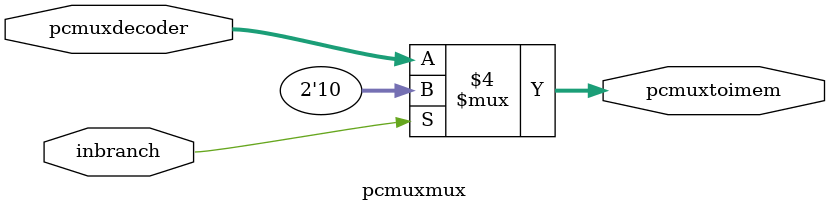
<source format=v>
`timescale 1ns / 1ps
module pcmuxmux(inbranch,pcmuxdecoder,pcmuxtoimem
    );
input wire inbranch;
input wire [1:0] pcmuxdecoder;
output reg [1:0] pcmuxtoimem;

always@(*)begin
if (inbranch==1)
pcmuxtoimem<=2;
else 
pcmuxtoimem<=pcmuxdecoder;
end
endmodule

</source>
